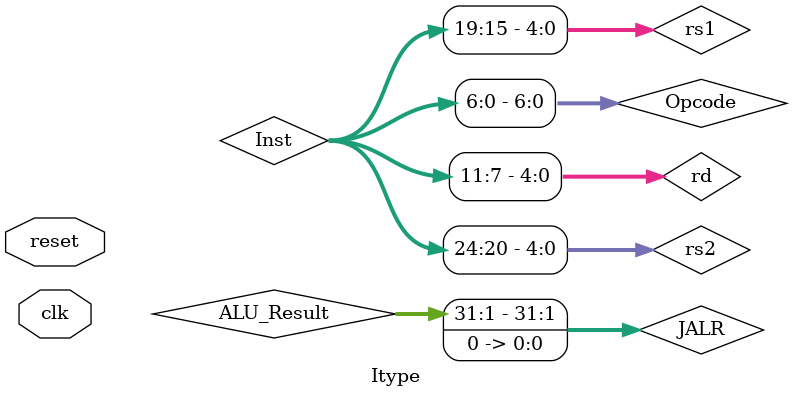
<source format=v>
`timescale 1ns / 1ps
module Itype 	( 
					input clk,
					input reset
					);
					
//	Inicialización de variables para el PC Regsiter
wire [31:0] PC;
wire [31:0] PC4;
wire [31:0] NextPC;	
PC RegPC (														//Inicializa Módulo PC
    .clk(clk), 												//Entrada de clock
    .NextPC(NextPC), 												//Entrada Dirección PC
    .PC(PC)														//Salida PC actualizado
    );
PC4 RegPC4 (													//Inicializa el Sumador de PC + 4
    .PC(PC), 													//Entrada PC actualizado
    .PC4(PC4)													//Salida PC4 = PC+4
    );

//	Inicialización de variables para la Instruction Memory
wire [31:0] Inst;
InstructionMemory IM (								//Inicializa funcion de Memoria Instrucciones
    .A(PC), 									//Entrada de PCactualizado
    .RD(Inst)													//Salida Rd
    );

//	Inicializacion de variables para la UC
wire [6:0] Opcode;
wire JumpPC,JumpRD,MemToReg,ALUscr,RegWrite;
wire [3:0] ALUOp;
//	Asignacion de bits para la UC
assign Opcode = Inst [6:0];
UC CU (								
    .Opcode(Opcode), 					
	 .ForceJump(ForceJump),
	 .Branch(Branch),
	 .JumpPC(JumpPC),
	 .JumpRD(JumpRD),
	 .MemToReg(MemToReg),
	 .MemWrite(MemWrite),
	 .ALUscr(ALUscr),
	 .LUIscr(LUIscr),
	 .ALUOp(ALUOp),
	 .RegWrite(RegWrite)
    );

//	Inicialización de variables para el Register File
wire [4:0] rs1;									
wire [4:0] rs2;
wire [4:0] rd;
wire [31:0] RD1;
wire [31:0] RD2;
wire [31:0] WD3;
//Asignacion de bits para los Address
assign rd = Inst [11:7];
assign rs1 = Inst [19:15];
assign rs2 = Inst [24:20];
RegisterFile RF (						//Inicializa funcion de banco de registros
    .clk(clk), 										//Entrada de clock
    .A1(rs1), 												//Entrada A1
    .A2(rs2), 												//Entrada A2
    .A3(rd), 												//Entrada A3
    .WE3(RegWrite), 											//Entrada WE3
    .WD3(WD3), 							//Entrada de salida de la ALU
    .reset(reset), 										//Entrada del reset
    .RD1(RD1), 											//Salida RD1
    .RD2(RD2)												//Salida RD2
    );

//	Inicializacion de variables para el Immediate Generator
wire [31:0] Imm;
ImmGenerator IG (									
    .Inst(Inst), 									
    .Imm(Imm)								
    );
 
//	Inicializacion de variables para el Mux que decide entre RD2 o un valor inmediato
wire [31:0] RD2orImm;
Mux2to1 MuxRD2orImm (								
    .Sel(ALUscr),	
    .A(RD2), 											
    .B(Imm), 										
    .C(RD2orImm)													
    );

//	Inicializacion de variables para la ALU Control
wire [2:0] Funct3;
wire [6:0] Funct7;
wire [4:0] ALU_Control;
assign Funct3 = Inst[14:12];
assign Funct7 = Inst[31:25];
ALUControl AC (
	 .ALUOp(ALUOp),
	 .Funct75(Funct7[5]),
	 .Funct70(Funct7[0]),
	 .Funct3(Funct3),
	 .ALU_Control(ALU_Control)	
	 );

//	Inicializacion de variables para la ALU	 
wire [31:0] ALU_Result;
Alu ALU (													//Inicializacion de la funcion de la ALU
    .RD1(RD1), 												//Entrada RD1
    .RD2(RD2orImm), 												//Entrada RD2
    .ALU_Control(ALU_Control), 									//Entrada de ALU_Sel (seleccionador de alu)
    .ALU_Result(ALU_Result), 									//Salida ALU_Out
    .Zero(Zero)											//Condicion not equal
    );

//	Inicializacion de variables para el Mux que decide entre PC+4 o JALR
wire [31:0] JALR;							
assign JALR = {ALU_Result[31:1],1'b0};	
Mux2to1 MuxNextPC (
    .Sel(JumpPC), 
    .A(PC4), 
    .B(JALR), 
    .C(NextPC)
    );

//	Inicializacion de variables para el Store Logic	 
/*wire [31:0] NDS;
wire [3:0] BE;	 
StoreLogic SL (						//Inicializacion de la funcion UnidadDeMemoria
    .D(RD2), 										//Entrada de clock a UnidadDeMemoria
    .ALU(ALU_Result[1:0]), 											//Entrada de ALU_Out
    .DT(Inst[13]), 												//Entrada de WE												
    .ND(NDS),	
	 .BE(BE)		
    );
*/
//	Inicializacion de variables para la Data Memory
wire [31:0] RD;
DataMemory DM (						//Inicializacion de la funcion UnidadDeMemoria
    .clk(clk), 										//Entrada de clock a UnidadDeMemoria
    .WE(MemWrite), 												//Entrada de WE
	 .BE(4'b0000), 												//Entrada de WE
	 .A(ALU_Result), 											//Entrada de ALU_Out
    .WD(RD2), 												//Entrada de RD2
    .RD(RD)									//Salida de SalidaMemoria
    );
	 
//	Inicializacion de variables para el Load Logic	 
wire [31:0] NDL;	 
LoadLogic LL (						//Inicializacion de la funcion UnidadDeMemoria
    .D(RD), 										//Entrada de clock a UnidadDeMemoria
    .ALU(ALU_Result[1:0]), 											//Entrada de ALU_Out
    .DT(Inst[13]), 												//Entrada de WE
    .Sign(Inst[14]), 												
    .ND(NDL)									
    );
	 
//Inicializacion de variables para el Mux que decide entre el resultado de la ALU o el contenido de Data Memory
wire [31:0] ALUorMEM;
Mux2to1 MuxALUorMEM (		
	 .Sel(MemToReg), 			
    .A(ALU_Result),											
    .B(NDL), 									
    .C(ALUorMEM)								
    );
//Inicializacion del Mux que decide entre la salida del Mux ALUorMEM o PC+4 
Mux2to1 MuxWD3 (										
	 .Sel(JumpRD), 			
    .A(ALUorMEM),											
    .B(PC4), 									
    .C(WD3)								
    );	 
endmodule

</source>
